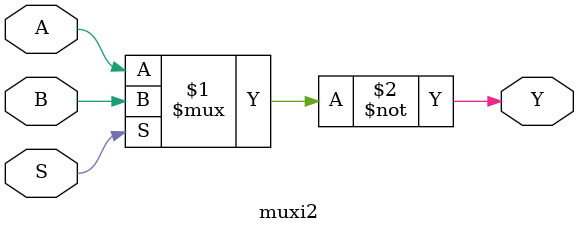
<source format=v>
module inverter
(
    Y, A
);
    output Y;
    input A;

    assign Y = ~A;

endmodule : inverter

// Buffer
module buffer
(
    Y, A
);
    output Y;
    input A;

    assign Y = A;

endmodule: buffer

// NAND2
module nand2
(
    Y, A, B
);
    output Y;
    input A, B;

    assign Y = ~(A&B);

endmodule: nand2

// NOR2
module nor2
(
    Y, A, B
);
    output Y;
    input A, B;

    assign Y = ~(A|B);

endmodule: nor2

// AND2
module and2
(
    Y, A, B
);
    output Y;
    input A, B;

    assign Y = A&B;

endmodule: and2

// OR2
module or2
(
    Y, A, B
);
    output Y;
    input A, B;

    assign Y = A|B;

endmodule: or2

// NAND3
module nand3
(
    Y, A, B, C
);
    output Y;
    input A, B, C;

    assign Y = ~(A&B&C);

endmodule: nand3

// NOR3
module nor3
(
    Y, A, B, C
);
    output Y;
    input A, B, C;

    assign Y = ~(A|B|C);

endmodule: nor3

// AND3
module and3
(
    Y, A, B, C
);
    output Y;
    input A, B, C;

    assign Y = A&B&C;

endmodule: and3

// OR3
module or3
(
    Y, A, B, C
);
    output Y;
    input A, B, C;

    assign Y = A|B|C;

endmodule: or3

// NAND4
module nand4
(
    Y, A, B, C, D
);
    output Y;
    input A, B, C, D;

    assign Y = ~(A&B&C&D);

endmodule: nand4

// NOR4
module nor4
(
    Y, A, B, C, D
);
    output Y;
    input A, B, C, D;

    assign Y = ~(A|B|C|D);

endmodule: nor4

// AND4
module and4
(
    Y, A, B, C, D
);
    output Y;
    input A, B, C, D;

    assign Y = A&B&C&D;

endmodule: and4

// OR4
module or4
(
    Y, A, B, C, D
);
    output Y;
    input A, B, C, D;

    assign Y = A|B|C|D;

endmodule: or4

// NAND2B
module nand2b
(
    Y, A, B
);
    output Y;
    input A, B;

    assign Y = ~(~A&B);

endmodule: nand2b

// NOR2B
module nor2b
(
    Y, A, B
);
    output Y;
    input A, B;

    assign Y = ~(~A|B);

endmodule: nor2b

// AO21
module ao21
(
    Y, A0, A1, B0
);
    output Y;
    input A0, A1, B0;

    assign Y = (A0&A1)|B0;

endmodule: ao21

// OA21
module oa21
(
    Y, A0, A1, B0
);
    output Y;
    input A0, A1, B0;

    assign Y = (A0|A1)&B0;

endmodule: oa21

// AOI21
module aoi21
(
    Y, A0, A1, B0
);
    output Y;
    input A0, A1, B0;

    assign Y = ~((A0&A1)|B0);

endmodule: aoi21

// OAI21
module oai21
(
    Y, A0, A1, B0
);
    output Y;
    input A0, A1, B0;

    assign Y = ~((A0|A1)&B0);

endmodule: oai21

// AO22
module ao22
(
    Y, A0, A1, B0, B1
);
    output Y;
    input A0, A1, B0, B1;

    assign Y = (A0&A1)|(B0&B1);

endmodule: ao22

// OA22
module oa22
(
    Y, A0, A1, B0, B1
);
    output Y;
    input A0, A1, B0, B1;

    assign Y = (A0|A1)&(B0|B1);

endmodule: oa22

// AOI22
module aoi22
(
    Y, A0, A1, B0, B1
);
    output Y;
    input A0, A1, B0, B1;

    assign Y = ~((A0&A1)|(B0&B1));

endmodule: aoi22

// OAI22
module oai22
(
    Y, A0, A1, B0, B1
);
    output Y;
    input A0, A1, B0, B1;

    assign Y = ~((A0|A1)&(B0|B1));

endmodule: oai22

// XOR2
module xor2
(
    Y, A, B
);
    output Y;
    input A, B;

    assign Y = A^B;

endmodule: xor2

// XNOR2
module xnor2
(
    Y, A, B
);
    output Y;
    input A, B;

    assign Y = ~(A^B);

endmodule: xnor2

// MUX2
module mux2
(
    Y, S, A, B
);
    output Y;
    input S, A, B;

    assign Y = S ? B : A;

endmodule: mux2

// MUX2I
module muxi2
(
    Y, S, A, B
);
    output Y;
    input S, A, B;

    assign Y = ~(S ? B : A);

endmodule: muxi2

</source>
